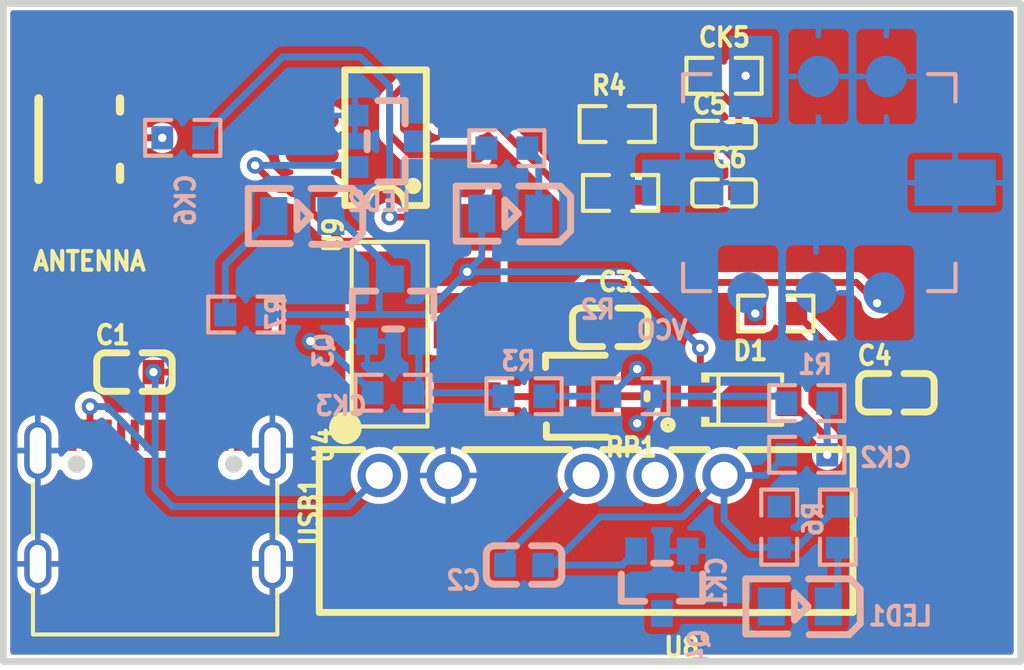
<source format=kicad_pcb>
(kicad_pcb (version 20240108) (generator "pcbnew") (generator_version "8.0")
  (layers (0 "F.Cu" signal "Top Layer") (31 "B.Cu" signal "Bottom Layer") (34 "B.Paste" user "Bottom Paste Mask Layer") (35 "F.Paste" user "Top Paste Mask Layer") (36 "B.SilkS" user "Bottom Silkscreen Layer") (37 "F.SilkS" user "Top Silkscreen Layer") (38 "B.Mask" user "Bottom Solder Mask Layer") (39 "F.Mask" user "Top Solder Mask Layer") (44 "Edge.Cuts" user "Multi-Layer"))
  (net 0 "")
  (net 1 "GND")
  (net 2 "RFOUT")
  (net 3 "VT")
  (net 4 "POWER")
  (net 5 "VCC+")
  (net 6 "$4N521")
  (net 7 "$4N526")
  (net 8 "SIGNAL")
  (net 9 "$6N289")
  (net 10 "$3N135")
  (net 11 "$4N812")
  (net 12 "VCC-")
  (net 13 "ADJ")
  (net 14 "VCC9V+")
  (net 15 "$5N863")
  (net 16 "$6N676")
  (footprint "Signal-blocker-Minimal:R0603" (layer "F.Cu") (at 153.876 98.509)
    (property "Reference" "R5" (hide yes))
    (property "Value" "")
    (pad "1" smd rect (at -0.7535 0) (size 0.8065 0.864) (layers "F.Cu" "F.Paste" "F.Mask") (net 1 "GND"))
    (pad "2" smd rect (at 0.7535 0) (size 0.8065 0.864) (layers "F.Cu" "F.Paste" "F.Mask") (net 9 "$6N289"))
  )
  (footprint "Signal-blocker-Minimal:SOIC-8_L5.0-W4.0-P1.27-LS6.0-BL" (layer "F.Cu") (at 145.22 96.4735 90)
    (property "Reference" "U9" (at -4.318 -1.524 810) (layer "F.SilkS") (effects (font (size 0.686 0.6285) (thickness 0.1525)) (justify left bottom)))
    (property "Value" "")
    (pad "1" smd oval (at -1.905 2.705 90) (size 0.5685 1.95) (layers "F.Cu" "F.Paste" "F.Mask") (net 2 "RFOUT"))
    (pad "2" smd oval (at -0.635 2.705 90) (size 0.5685 1.95) (layers "F.Cu" "F.Paste" "F.Mask") (net 2 "RFOUT"))
    (pad "3" smd oval (at 0.635 2.705 90) (size 0.5685 1.95) (layers "F.Cu" "F.Paste" "F.Mask") (net 9 "$6N289"))
    (pad "4" smd oval (at 1.905 2.705 90) (size 0.5685 1.95) (layers "F.Cu" "F.Paste" "F.Mask") (net 1 "GND"))
    (pad "5" smd oval (at 1.905 -2.705 90) (size 0.5685 1.95) (layers "F.Cu" "F.Paste" "F.Mask"))
    (pad "6" smd oval (at 0.635 -2.705 90) (size 0.5685 1.95) (layers "F.Cu" "F.Paste" "F.Mask"))
    (pad "7" smd oval (at -0.635 -2.705 90) (size 0.5685 1.95) (layers "F.Cu" "F.Paste" "F.Mask"))
    (pad "8" smd oval (at -1.905 -2.705 90) (size 0.5685 1.95) (layers "F.Cu" "F.Paste" "F.Mask") (net 5 "VCC+"))
  )
  (footprint "Signal-blocker-Minimal:TYPE-C-SMD_HDGC_TYPE-C-ZL-104PWB" (layer "F.Cu") (at 136.731 109.812)
    (property "Reference" "USB1" (at 6.096 1.778 450) (layer "F.SilkS") (effects (font (size 0.686 0.6285) (thickness 0.1525)) (justify left bottom)))
    (property "Value" "")
    (fp_poly (pts (xy -2.565 -1.308) (xy -2.5846 -1.419157) (xy -2.641036 -1.516906) (xy -2.7275 -1.589458) (xy -2.833564 -1.628063) (xy -2.946436 -1.628063) (xy -3.0525 -1.589458) (xy -3.138964 -1.516906) (xy -3.1954 -1.419157) (xy -3.215 -1.308) (xy -3.1954 -1.196843) (xy -3.138964 -1.099094) (xy -3.0525 -1.026542) (xy -2.946436 -0.987937) (xy -2.833564 -0.987937) (xy -2.7275 -1.026542) (xy -2.641036 -1.099094) (xy -2.5846 -1.196843)) (fill solid) (layer "Edge.Cuts"))
    (fp_poly (pts (xy 3.215 -1.308) (xy 3.1954 -1.419157) (xy 3.138964 -1.516906) (xy 3.0525 -1.589458) (xy 2.946436 -1.628063) (xy 2.833564 -1.628063) (xy 2.7275 -1.589458) (xy 2.641036 -1.516906) (xy 2.5846 -1.419157) (xy 2.565 -1.308) (xy 2.5846 -1.196843) (xy 2.641036 -1.099094) (xy 2.7275 -1.026542) (xy 2.833564 -0.987937) (xy 2.946436 -0.987937) (xy 3.0525 -1.026542) (xy 3.138964 -1.099094) (xy 3.1954 -1.196843)) (fill solid) (layer "Edge.Cuts"))
    (pad "12" thru_hole oval (at -4.32 -1.8075) (size 1 2.1) (drill oval 0.6 1.7) (layers "*.Cu" "*.Mask") (net 1 "GND"))
    (pad "13" thru_hole oval (at 4.32 -1.8075) (size 1 2.1) (drill oval 0.6 1.7) (layers "*.Cu" "*.Mask") (net 1 "GND"))
    (pad "14" thru_hole oval (at -4.32 2.3725) (size 1 1.8) (drill oval 0.6 1.4) (layers "*.Cu" "*.Mask") (net 1 "GND"))
    (pad "15" thru_hole oval (at 4.32 2.3725) (size 1 1.8) (drill oval 0.6 1.4) (layers "*.Cu" "*.Mask") (net 1 "GND"))
    (pad "A1B12" smd rect (at -3.2 -2.3725) (size 0.6 1.15) (layers "F.Cu" "F.Paste" "F.Mask") (net 1 "GND"))
    (pad "A4B9" smd rect (at -2.4 -2.3725) (size 0.6 1.15) (layers "F.Cu" "F.Paste" "F.Mask") (net 4 "POWER"))
    (pad "A5" smd rect (at -1.25 -2.3725) (size 0.3 1.15) (layers "F.Cu" "F.Paste" "F.Mask"))
    (pad "A6" smd rect (at -0.25 -2.3725) (size 0.3 1.15) (layers "F.Cu" "F.Paste" "F.Mask"))
    (pad "A7" smd rect (at 0.25 -2.3725) (size 0.3 1.15) (layers "F.Cu" "F.Paste" "F.Mask"))
    (pad "A8" smd rect (at 1.25 -2.3725) (size 0.3 1.15) (layers "F.Cu" "F.Paste" "F.Mask"))
    (pad "A9B4" smd rect (at 2.4 -2.3725) (size 0.6 1.15) (layers "F.Cu" "F.Paste" "F.Mask") (net 4 "POWER"))
    (pad "A12B1" smd rect (at 3.2 -2.3725) (size 0.6 1.15) (layers "F.Cu" "F.Paste" "F.Mask") (net 1 "GND"))
    (pad "B5" smd rect (at 1.75 -2.3725) (size 0.3 1.15) (layers "F.Cu" "F.Paste" "F.Mask"))
    (pad "B6" smd rect (at 0.75 -2.3725) (size 0.3 1.15) (layers "F.Cu" "F.Paste" "F.Mask"))
    (pad "B7" smd rect (at -0.75 -2.3725) (size 0.3 1.15) (layers "F.Cu" "F.Paste" "F.Mask"))
    (pad "B8" smd rect (at -1.75 -2.3725) (size 0.3 1.15) (layers "F.Cu" "F.Paste" "F.Mask"))
  )
  (footprint "Signal-blocker-Minimal:C0603" (layer "F.Cu") (at 164.036 105.875)
    (property "Reference" "C4" (at -1.517 -0.964 0) (layer "F.SilkS") (effects (font (size 0.686 0.6285) (thickness 0.1525)) (justify left bottom)))
    (property "Value" "")
    (pad "1" smd rect (at -0.7 0) (size 0.8 0.9) (layers "F.Cu" "F.Paste" "F.Mask") (net 5 "VCC+"))
    (pad "2" smd rect (at 0.7 0) (size 0.8 0.9) (layers "F.Cu" "F.Paste" "F.Mask") (net 1 "GND"))
  )
  (footprint "Signal-blocker-Minimal:R0603" (layer "F.Cu") (at 157.686 94.191 180)
    (property "Reference" "CK5" (at 1.016 1.016 -360) (layer "F.SilkS") (effects (font (size 0.686 0.6285) (thickness 0.1525)) (justify left bottom)))
    (property "Value" "")
    (pad "1" smd rect (at -0.7535 0 180) (size 0.8065 0.864) (layers "F.Cu" "F.Paste" "F.Mask") (net 8 "SIGNAL"))
    (pad "2" smd rect (at 0.7535 0 180) (size 0.8065 0.864) (layers "F.Cu" "F.Paste" "F.Mask") (net 9 "$6N289"))
  )
  (footprint "Signal-blocker-Minimal:C0603" (layer "F.Cu") (at 135.969 105.113)
    (property "Reference" "C1" (at -1.517 -0.964 360) (layer "F.SilkS") (effects (font (size 0.686 0.6285) (thickness 0.1525)) (justify left bottom)))
    (property "Value" "")
    (pad "1" smd rect (at -0.7 0) (size 0.8 0.9) (layers "F.Cu" "F.Paste" "F.Mask") (net 1 "GND"))
    (pad "2" smd rect (at 0.7 0) (size 0.8 0.9) (layers "F.Cu" "F.Paste" "F.Mask") (net 4 "POWER"))
  )
  (footprint "Signal-blocker-Minimal:wire" (layer "F.Cu") (at 132.159 98.636 90)
    (property "Reference" "ANTENNA" (at -2.794 0 360) (layer "F.SilkS") (effects (font (size 0.686 0.6285) (thickness 0.1525)) (justify left bottom)))
    (property "Value" "")
    (pad "1" smd rect (at 0.635 1.778 180) (size 2.2 1.05) (layers "F.Cu" "F.Paste" "F.Mask") (net 1 "GND"))
    (pad "2" smd rect (at 2.11 3.303 90) (size 1 1.05) (layers "F.Cu" "F.Paste" "F.Mask") (net 10 "$3N135"))
    (pad "3" smd rect (at 3.585 1.778 180) (size 2.2 1.05) (layers "F.Cu" "F.Paste" "F.Mask") (net 1 "GND"))
  )
  (footprint "Signal-blocker-Minimal:C0402" (layer "F.Cu") (at 157.686 96.35)
    (property "Reference" "C5" (at -1.245 -0.702 1080) (layer "F.SilkS") (effects (font (size 0.686 0.6285) (thickness 0.1525)) (justify left bottom)))
    (property "Value" "")
    (pad "1" smd rect (at -0.545 0) (size 0.79 0.54) (layers "F.Cu" "F.Paste" "F.Mask") (net 16 "$6N676"))
    (pad "2" smd rect (at 0.545 0) (size 0.79 0.54) (layers "F.Cu" "F.Paste" "F.Mask") (net 9 "$6N289"))
  )
  (footprint "Signal-blocker-Minimal:SOT-223_L6.3-W3.5-P2.30-LS7.0-BR" (layer "F.Cu") (at 145.367 103.716)
    (property "Reference" "U4" (at -2.032 4.826 450) (layer "F.SilkS") (effects (font (size 0.686 0.6285) (thickness 0.1525)) (justify left bottom)))
    (property "Value" "")
    (pad "1" smd rect (at 2.8575 2.3) (size 2.465 1.05) (layers "F.Cu" "F.Paste" "F.Mask") (net 13 "ADJ"))
    (pad "2" smd rect (at 2.8575 0) (size 2.465 1.05) (layers "F.Cu" "F.Paste" "F.Mask") (net 3 "VT"))
    (pad "3" smd rect (at 2.8575 -2.3) (size 2.465 1.05) (layers "F.Cu" "F.Paste" "F.Mask") (net 5 "VCC+"))
    (pad "4" smd rect (at -2.8575 0) (size 2.465 3.54) (layers "F.Cu" "F.Paste" "F.Mask") (net 11 "$4N812"))
  )
  (footprint "Signal-blocker-Minimal:C0603" (layer "F.Cu") (at 153.495 103.462 180)
    (property "Reference" "C3" (at 0.508 1.27 720) (layer "F.SilkS") (effects (font (size 0.686 0.6285) (thickness 0.1525)) (justify left bottom)))
    (property "Value" "")
    (pad "1" smd rect (at -0.7 0 180) (size 0.8 0.9) (layers "F.Cu" "F.Paste" "F.Mask") (net 1 "GND"))
    (pad "2" smd rect (at 0.7 0 180) (size 0.8 0.9) (layers "F.Cu" "F.Paste" "F.Mask") (net 3 "VT"))
  )
  (footprint "Signal-blocker-Minimal:R0603" (layer "F.Cu") (at 153.749 95.969 180)
    (property "Reference" "R4" (at 1.016 1.016 360) (layer "F.SilkS") (effects (font (size 0.686 0.6285) (thickness 0.1525)) (justify left bottom)))
    (property "Value" "")
    (pad "1" smd rect (at -0.7535 0 180) (size 0.8065 0.864) (layers "F.Cu" "F.Paste" "F.Mask") (net 16 "$6N676"))
    (pad "2" smd rect (at 0.7535 0 180) (size 0.8065 0.864) (layers "F.Cu" "F.Paste" "F.Mask") (net 2 "RFOUT"))
  )
  (footprint "Signal-blocker-Minimal:SOD-123_L2.7-W1.6-LS3.7-RD" (layer "F.Cu") (at 158.448 106.129)
    (property "Reference" "D1" (at -0.508 -1.397 1800) (layer "F.SilkS") (effects (font (size 0.686 0.6285) (thickness 0.1525)) (justify left bottom)))
    (property "Value" "")
    (pad "1" smd rect (at -1.635 0) (size 0.91 1.22) (layers "F.Cu" "F.Paste" "F.Mask") (net 5 "VCC+"))
    (pad "2" smd rect (at 1.635 0) (size 0.91 1.22) (layers "F.Cu" "F.Paste" "F.Mask") (net 5 "VCC+"))
  )
  (footprint "Signal-blocker-Minimal:RES-ADJ-SMD_3P-L3.0-W3.8-P1.75-BR" (layer "F.Cu") (at 152.86 106.002)
    (property "Reference" "RP1" (at 0.381 2.286 1260) (layer "F.SilkS") (effects (font (size 0.686 0.6285) (thickness 0.1525)) (justify left bottom)))
    (property "Value" "")
    (pad "1" smd rect (at 1.625 1 90) (size 1.2 1.2) (layers "F.Cu" "F.Paste" "F.Mask") (net 7 "$4N526"))
    (pad "2" smd rect (at -1.625 0 90) (size 1.6 1.5) (layers "F.Cu" "F.Paste" "F.Mask") (net 13 "ADJ"))
    (pad "3" smd rect (at 1.625 -1 90) (size 1.2 1.2) (layers "F.Cu" "F.Paste" "F.Mask") (net 6 "$4N521"))
  )
  (footprint "Signal-blocker-Minimal:PWRM-TH_A05XXS-1WR3" (layer "F.Cu") (at 151.336 108.923)
    (property "Reference" "U8" (at 4.064 6.731 360) (layer "F.SilkS") (effects (font (size 0.686 0.6285) (thickness 0.1525)) (justify left bottom)))
    (property "Value" "")
    (pad "1" thru_hole circle (at -6.35 0) (size 1.6 1.6) (drill 1) (layers "*.Cu" "*.Mask") (net 4 "POWER"))
    (pad "2" thru_hole circle (at -3.81 0) (size 1.6 1.6) (drill 1) (layers "*.Cu" "*.Mask") (net 1 "GND"))
    (pad "4" thru_hole circle (at 1.27 0) (size 1.6 1.6) (drill 1) (layers "*.Cu" "*.Mask") (net 12 "VCC-"))
    (pad "5" thru_hole circle (at 3.81 0) (size 1.6 1.6) (drill 1) (layers "*.Cu" "*.Mask"))
    (pad "6" thru_hole circle (at 6.35 0) (size 1.6 1.6) (drill 1) (layers "*.Cu" "*.Mask") (net 14 "VCC9V+"))
  )
  (footprint "Signal-blocker-Minimal:C0402" (layer "F.Cu") (at 157.686 98.509)
    (property "Reference" "C6" (at -0.508 -0.889 1080) (layer "F.SilkS") (effects (font (size 0.686 0.6285) (thickness 0.1525)) (justify left bottom)))
    (property "Value" "")
    (pad "1" smd rect (at -0.545 0) (size 0.79 0.54) (layers "F.Cu" "F.Paste" "F.Mask") (net 9 "$6N289"))
    (pad "2" smd rect (at 0.545 0) (size 0.79 0.54) (layers "F.Cu" "F.Paste" "F.Mask") (net 16 "$6N676"))
  )
  (footprint "Signal-blocker-Minimal:R0603" (layer "F.Cu") (at 159.591 102.954 180)
    (property "Reference" "CK4" (hide yes))
    (property "Value" "")
    (pad "1" smd rect (at -0.7535 0 180) (size 0.8065 0.864) (layers "F.Cu" "F.Paste" "F.Mask") (net 5 "VCC+"))
    (pad "2" smd rect (at 0.7535 0 180) (size 0.8065 0.864) (layers "F.Cu" "F.Paste" "F.Mask") (net 5 "VCC+"))
  )
  (footprint "Signal-blocker-Minimal:S8050_SOT-23" (layer "B.Cu") (at 155.273 112.86 90)
    (property "Reference" "Q4" (at -1.65 1.881 270) (layer "B.SilkS") (effects (font (size 0.686 0.6285) (thickness 0.1525)) (justify left bottom mirror)))
    (property "Value" "")
    (pad "1" smd rect (at 1.15 -0.823 270) (size 1 0.8) (layers "B.Cu" "B.Paste" "B.Mask") (net 14 "VCC9V+"))
    (pad "2" smd rect (at 1.15 1.077 270) (size 1 0.8) (layers "B.Cu" "B.Paste" "B.Mask") (net 1 "GND"))
    (pad "3" smd rect (at -1.15 0.127 270) (size 1 0.8) (layers "B.Cu" "B.Paste" "B.Mask") (net 14 "VCC9V+"))
  )
  (footprint "Signal-blocker-Minimal:LED0805-R-RD" (layer "B.Cu") (at 160.48 113.749 180)
    (property "Reference" "LED1" (at -4.953 -0.762 -0) (layer "B.SilkS") (effects (font (size 0.686 0.6285) (thickness 0.1525)) (justify left bottom mirror)))
    (property "Value" "")
    (pad "1" smd rect (at 1.0505 0) (size 1 1.3995) (layers "B.Cu" "B.Paste" "B.Mask") (net 14 "VCC9V+"))
    (pad "2" smd rect (at -1.0505 0) (size 1 1.3995) (layers "B.Cu" "B.Paste" "B.Mask") (net 14 "VCC9V+"))
  )
  (footprint "Signal-blocker-Minimal:1234" (layer "B.Cu") (at 160.607 98.128)
    (property "Reference" "VCO" (at -4.191 5.842 -360) (layer "B.SilkS") (effects (font (size 0.686 0.6285) (thickness 0.1525)) (justify left bottom mirror)))
    (property "Value" "")
    (pad "1" smd circle (at -2.0315 4.064) (size 1.524 1.524) (layers "B.Cu" "B.Paste" "B.Mask") (net 5 "VCC+"))
    (pad "2" smd circle (at 0.4685 4.064) (size 1.524 1.524) (layers "B.Cu" "B.Paste" "B.Mask") (net 1 "GND"))
    (pad "3" smd circle (at 2.9685 4.064) (size 1.524 1.524) (layers "B.Cu" "B.Paste" "B.Mask") (net 3 "VT"))
    (pad "4" smd rect (at -4.445 0 270) (size 1.7005 3) (layers "B.Cu" "B.Paste" "B.Mask") (net 1 "GND"))
    (pad "5" smd rect (at 5.588 0 270) (size 1.7 3) (layers "B.Cu" "B.Paste" "B.Mask") (net 1 "GND"))
    (pad "6" smd rect (at -1.942 -3.913) (size 1.6 3) (layers "B.Cu" "B.Paste" "B.Mask") (net 8 "SIGNAL"))
    (pad "7" smd circle (at 0.558 -3.913) (size 1.524 1.524) (layers "B.Cu" "B.Paste" "B.Mask") (net 1 "GND"))
    (pad "8" smd circle (at 3.058 -3.913) (size 1.524 1.524) (layers "B.Cu" "B.Paste" "B.Mask") (net 1 "GND"))
  )
  (footprint "Signal-blocker-Minimal:R0603" (layer "B.Cu") (at 137.747 96.477 180)
    (property "Reference" "CK6" (at -0.508 -1.27 450) (layer "B.SilkS") (effects (font (size 0.686 0.6285) (thickness 0.1525)) (justify left bottom mirror)))
    (property "Value" "")
    (pad "1" smd rect (at -0.7535 0 180) (size 0.8065 0.864) (layers "B.Cu" "B.Paste" "B.Mask") (net 2 "RFOUT"))
    (pad "2" smd rect (at 0.7535 0 180) (size 0.8065 0.864) (layers "B.Cu" "B.Paste" "B.Mask") (net 10 "$3N135"))
  )
  (footprint "Signal-blocker-Minimal:S8050_SOT-23" (layer "B.Cu") (at 145.24 96.731 180)
    (property "Reference" "Q3" (hide yes))
    (property "Value" "")
    (pad "1" smd rect (at 1.15 -0.823) (size 1 0.8) (layers "B.Cu" "B.Paste" "B.Mask") (net 5 "VCC+"))
    (pad "2" smd rect (at 1.15 1.077) (size 1 0.8) (layers "B.Cu" "B.Paste" "B.Mask") (net 1 "GND"))
    (pad "3" smd rect (at -1.15 0.127) (size 1 0.8) (layers "B.Cu" "B.Paste" "B.Mask") (net 5 "VCC+"))
  )
  (footprint "Signal-blocker-Minimal:R0603" (layer "B.Cu") (at 149.685 96.858)
    (property "Reference" "R6" (hide yes))
    (property "Value" "")
    (pad "1" smd rect (at -0.7535 0) (size 0.8065 0.864) (layers "B.Cu" "B.Paste" "B.Mask") (net 5 "VCC+"))
    (pad "2" smd rect (at 0.7535 0) (size 0.8065 0.864) (layers "B.Cu" "B.Paste" "B.Mask") (net 15 "$5N863"))
  )
  (footprint "Signal-blocker-Minimal:R0603" (layer "B.Cu") (at 150.32 106.002 180)
    (property "Reference" "R3" (at -0.508 0.889 -360) (layer "B.SilkS") (effects (font (size 0.686 0.6285) (thickness 0.1525)) (justify left bottom mirror)))
    (property "Value" "")
    (pad "1" smd rect (at -0.7535 0 180) (size 0.8065 0.864) (layers "B.Cu" "B.Paste" "B.Mask") (net 6 "$4N521"))
    (pad "2" smd rect (at 0.7535 0 180) (size 0.8065 0.864) (layers "B.Cu" "B.Paste" "B.Mask") (net 7 "$4N526"))
  )
  (footprint "Signal-blocker-Minimal:LED0805-R-RD" (layer "B.Cu") (at 142.153 99.3585 180)
    (property "Reference" "LED2" (at -4.0855 0.1275 -0) (layer "B.SilkS") (effects (font (size 0.686 0.6285) (thickness 0.1525)) (justify left bottom mirror)))
    (property "Value" "")
    (pad "1" smd rect (at 1.0505 0) (size 1 1.3995) (layers "B.Cu" "B.Paste" "B.Mask") (net 15 "$5N863"))
    (pad "2" smd rect (at -1.0505 0) (size 1 1.3995) (layers "B.Cu" "B.Paste" "B.Mask") (net 5 "VCC+"))
  )
  (footprint "Signal-blocker-Minimal:C0603" (layer "B.Cu") (at 150.32 112.225)
    (property "Reference" "C2" (at -1.517 0.964 180) (layer "B.SilkS") (effects (font (size 0.686 0.6285) (thickness 0.1525)) (justify left bottom mirror)))
    (property "Value" "")
    (pad "1" smd rect (at -0.7 0) (size 0.8 0.9) (layers "B.Cu" "B.Paste" "B.Mask") (net 12 "VCC-"))
    (pad "2" smd rect (at 0.7 0) (size 0.8 0.9) (layers "B.Cu" "B.Paste" "B.Mask") (net 14 "VCC9V+"))
  )
  (footprint "Signal-blocker-Minimal:R0603" (layer "B.Cu") (at 160.734 106.256 180)
    (property "Reference" "R1" (at -1.016 1.016 -360) (layer "B.SilkS") (effects (font (size 0.686 0.6285) (thickness 0.1525)) (justify left bottom mirror)))
    (property "Value" "")
    (pad "1" smd rect (at -0.7535 0 180) (size 0.8065 0.864) (layers "B.Cu" "B.Paste" "B.Mask") (net 5 "VCC+"))
    (pad "2" smd rect (at 0.7535 0 180) (size 0.8065 0.864) (layers "B.Cu" "B.Paste" "B.Mask") (net 7 "$4N526"))
  )
  (footprint "Signal-blocker-Minimal:R0603" (layer "B.Cu") (at 145.494 105.875)
    (property "Reference" "CK3" (at -0.889 0.889 -900) (layer "B.SilkS") (effects (font (size 0.686 0.6285) (thickness 0.1525)) (justify left bottom mirror)))
    (property "Value" "")
    (pad "1" smd rect (at -0.7535 0) (size 0.8065 0.864) (layers "B.Cu" "B.Paste" "B.Mask") (net 11 "$4N812"))
    (pad "2" smd rect (at 0.7535 0) (size 0.8065 0.864) (layers "B.Cu" "B.Paste" "B.Mask") (net 7 "$4N526"))
  )
  (footprint "Signal-blocker-Minimal:R0603" (layer "B.Cu") (at 140.0715 102.9915 180)
    (property "Reference" "R7" (at -1.524 0.762 -450) (layer "B.SilkS") (effects (font (size 0.686 0.6285) (thickness 0.1525)) (justify left bottom mirror)))
    (property "Value" "")
    (pad "1" smd rect (at -0.7535 0 180) (size 0.8065 0.864) (layers "B.Cu" "B.Paste" "B.Mask") (net 5 "VCC+"))
    (pad "2" smd rect (at 0.7535 0 180) (size 0.8065 0.864) (layers "B.Cu" "B.Paste" "B.Mask") (net 15 "$5N863"))
  )
  (footprint "Signal-blocker-Minimal:S8050_SOT-23" (layer "B.Cu") (at 145.621 102.827 -90)
    (property "Reference" "Q3" (at 0.762 2.286 450) (layer "B.SilkS") (effects (font (size 0.686 0.6285) (thickness 0.1525)) (justify left bottom mirror)))
    (property "Value" "")
    (pad "1" smd rect (at 1.15 -0.823 90) (size 1 0.8) (layers "B.Cu" "B.Paste" "B.Mask") (net 7 "$4N526"))
    (pad "2" smd rect (at 1.15 1.077 90) (size 1 0.8) (layers "B.Cu" "B.Paste" "B.Mask") (net 1 "GND"))
    (pad "3" smd rect (at -1.15 0.127 90) (size 1 0.8) (layers "B.Cu" "B.Paste" "B.Mask") (net 5 "VCC+"))
  )
  (footprint "Signal-blocker-Minimal:R0603" (layer "B.Cu") (at 160.734 108.161)
    (property "Reference" "CK2" (at 3.937 0.508 -360) (layer "B.SilkS") (effects (font (size 0.686 0.6285) (thickness 0.1525)) (justify left bottom mirror)))
    (property "Value" "")
    (pad "1" smd rect (at -0.7535 0) (size 0.8065 0.864) (layers "B.Cu" "B.Paste" "B.Mask") (net 14 "VCC9V+"))
    (pad "2" smd rect (at 0.7535 0) (size 0.8065 0.864) (layers "B.Cu" "B.Paste" "B.Mask") (net 5 "VCC+"))
  )
  (footprint "Signal-blocker-Minimal:R0603" (layer "B.Cu") (at 161.877 110.828 -90)
    (property "Reference" "R6" (at -1.016 0.508 450) (layer "B.SilkS") (effects (font (size 0.686 0.6285) (thickness 0.1525)) (justify left bottom mirror)))
    (property "Value" "")
    (pad "1" smd rect (at -0.7535 0 270) (size 0.8065 0.864) (layers "B.Cu" "B.Paste" "B.Mask") (net 14 "VCC9V+"))
    (pad "2" smd rect (at 0.7535 0 270) (size 0.8065 0.864) (layers "B.Cu" "B.Paste" "B.Mask") (net 14 "VCC9V+"))
  )
  (footprint "Signal-blocker-Minimal:R0603" (layer "B.Cu") (at 154.257 106.002)
    (property "Reference" "R2" (at -0.508 -2.794 -1260) (layer "B.SilkS") (effects (font (size 0.686 0.6285) (thickness 0.1525)) (justify left bottom mirror)))
    (property "Value" "")
    (pad "1" smd rect (at -0.7535 0) (size 0.8065 0.864) (layers "B.Cu" "B.Paste" "B.Mask") (net 6 "$4N521"))
    (pad "2" smd rect (at 0.7535 0) (size 0.8065 0.864) (layers "B.Cu" "B.Paste" "B.Mask") (net 7 "$4N526"))
  )
  (footprint "Signal-blocker-Minimal:R0603" (layer "B.Cu") (at 159.718 110.828 -90)
    (property "Reference" "CK1" (at 1.016 1.905 -810) (layer "B.SilkS") (effects (font (size 0.686 0.6285) (thickness 0.1525)) (justify left bottom mirror)))
    (property "Value" "")
    (pad "1" smd rect (at -0.7535 0 270) (size 0.8065 0.864) (layers "B.Cu" "B.Paste" "B.Mask") (net 14 "VCC9V+"))
    (pad "2" smd rect (at 0.7535 0 270) (size 0.8065 0.864) (layers "B.Cu" "B.Paste" "B.Mask") (net 14 "VCC9V+"))
  )
  (footprint "Signal-blocker-Minimal:LED0805-R-RD" (layer "B.Cu") (at 149.812 99.271 180)
    (property "Reference" "LED2" (hide yes))
    (property "Value" "")
    (pad "1" smd rect (at 1.0505 0) (size 1 1.3995) (layers "B.Cu" "B.Paste" "B.Mask") (net 5 "VCC+"))
    (pad "2" smd rect (at -1.0505 0) (size 1 1.3995) (layers "B.Cu" "B.Paste" "B.Mask") (net 15 "$5N863"))
  )
  (gr_rect (start 131.143 91.524) (end 168.608 115.781) (stroke (width 0.254)) (fill none) (layer "Edge.Cuts"))
  (segment (start 147.9285 94.572) (end 147.925 94.5685) (width 0.254) (layer "F.Cu") (net 1))
  (segment (start 153.1225 98.509) (end 149.1855 94.572) (width 0.254) (layer "F.Cu") (net 1))
  (segment (start 149.1855 94.572) (end 147.9285 94.572) (width 0.254) (layer "F.Cu") (net 1))
  (segment (start 152.9955 95.969) (end 150.5825 93.556) (width 0.254) (layer "F.Cu") (net 2))
  (segment (start 145.367 96.35) (end 146.1255 97.1085) (width 0.254) (layer "F.Cu") (net 2))
  (segment (start 146.906 99.398) (end 145.367 99.398) (width 0.254) (layer "F.Cu") (net 2))
  (segment (start 145.367 95.08) (end 145.367 96.35) (width 0.254) (layer "F.Cu") (net 2))
  (segment (start 146.1255 97.1085) (end 147.586 97.1085) (width 0.254) (layer "F.Cu") (net 2))
  (segment (start 147.586 97.1085) (end 147.586 98.25) (width 0.254) (layer "F.Cu") (net 2))
  (segment (start 150.5825 93.556) (end 146.891 93.556) (width 0.254) (layer "F.Cu") (net 2))
  (segment (start 146.891 93.556) (end 145.367 95.08) (width 0.254) (layer "F.Cu") (net 2))
  (segment (start 147.586 97.1085) (end 147.925 97.1085) (width 0.254) (layer "F.Cu") (net 2))
  (segment (start 147.925 98.3785) (end 146.906 99.398) (width 0.254) (layer "F.Cu") (net 2))
  (via (at 145.367 99.398) (size 0.61) (drill 0.305) (layers "F.Cu" "B.Cu") (net 2))
  (segment (start 145.367 99.398) (end 145.367 94.572) (width 0.254) (layer "B.Cu") (net 2))
  (segment (start 145.367 94.572) (end 144.2875 93.4925) (width 0.254) (layer "B.Cu") (net 2))
  (segment (start 138.5005 96.422) (end 138.5005 96.477) (width 0.254) (layer "B.Cu") (net 2))
  (segment (start 144.2875 93.4925) (end 141.43 93.4925) (width 0.254) (layer "B.Cu") (net 2))
  (segment (start 141.43 93.4925) (end 138.5005 96.422) (width 0.254) (layer "B.Cu") (net 2))
  (segment (start 152.668 103.716) (end 152.795 103.589) (width 0.254) (layer "F.Cu") (net 3))
  (segment (start 150.7925 103.716) (end 152.6975 101.811) (width 0.254) (layer "F.Cu") (net 3))
  (segment (start 150.7925 103.716) (end 152.668 103.716) (width 0.254) (layer "F.Cu") (net 3))
  (segment (start 152.6975 101.811) (end 162.5595 101.811) (width 0.254) (layer "F.Cu") (net 3))
  (segment (start 162.5595 101.811) (end 163.3215 102.573) (width 0.254) (layer "F.Cu") (net 3))
  (segment (start 148.2245 103.716) (end 150.7925 103.716) (width 0.254) (layer "F.Cu") (net 3))
  (via (at 163.3215 102.573) (size 0.61) (drill 0.305) (layers "F.Cu" "B.Cu") (net 3))
  (segment (start 137.62 105.113) (end 136.669 105.113) (width 0.254) (layer "F.Cu") (net 4))
  (segment (start 134.331 107.4395) (end 134.331 106.383) (width 0.254) (layer "F.Cu") (net 4))
  (segment (start 139.131 106.624) (end 137.62 105.113) (width 0.254) (layer "F.Cu") (net 4))
  (segment (start 139.131 107.4395) (end 139.131 106.624) (width 0.254) (layer "F.Cu") (net 4))
  (via (at 136.669 105.113) (size 0.61) (drill 0.305) (layers "F.Cu" "B.Cu") (net 4))
  (via (at 134.331 106.383) (size 0.61) (drill 0.305) (layers "F.Cu" "B.Cu") (net 4))
  (segment (start 136.731 109.431) (end 137.366 110.066) (width 0.254) (layer "B.Cu") (net 4))
  (segment (start 136.669 105.113) (end 136.731 105.175) (width 0.254) (layer "B.Cu") (net 4))
  (segment (start 137.366 110.066) (end 143.843 110.066) (width 0.254) (layer "B.Cu") (net 4))
  (segment (start 136.731 105.175) (end 136.731 108.161) (width 0.254) (layer "B.Cu") (net 4))
  (segment (start 136.731 108.161) (end 136.731 109.431) (width 0.254) (layer "B.Cu") (net 4))
  (segment (start 134.331 106.383) (end 134.953 106.383) (width 0.254) (layer "B.Cu") (net 4))
  (segment (start 134.953 106.383) (end 136.731 108.161) (width 0.254) (layer "B.Cu") (net 4))
  (segment (start 143.843 110.066) (end 144.986 108.923) (width 0.254) (layer "B.Cu") (net 4))
  (segment (start 147.0955 100.287) (end 143.589 100.287) (width 0.254) (layer "F.Cu") (net 5))
  (segment (start 156.813 106.129) (end 158.083 104.859) (width 0.254) (layer "F.Cu") (net 5))
  (segment (start 148.2245 101.416) (end 147.0955 100.287) (width 0.254) (layer "F.Cu") (net 5))
  (segment (start 143.589 100.287) (end 142.515 99.213) (width 0.254) (layer "F.Cu") (net 5))
  (segment (start 142.515 98.3785) (end 141.2995 98.3785) (width 0.254) (layer "F.Cu") (net 5))
  (segment (start 156.813 106.129) (end 156.813 104.224) (width 0.254) (layer "F.Cu") (net 5))
  (segment (start 160.3445 102.954) (end 163.2385 105.8485) (width 0.254) (layer "F.Cu") (net 5))
  (segment (start 142.515 99.213) (end 142.515 98.3785) (width 0.254) (layer "F.Cu") (net 5))
  (segment (start 163.2385 105.8485) (end 163.2385 105.875) (width 0.254) (layer "F.Cu") (net 5))
  (segment (start 160.083 106.129) (end 161.4875 107.5335) (width 0.254) (layer "F.Cu") (net 5))
  (segment (start 141.2995 98.3785) (end 140.414 97.493) (width 0.254) (layer "F.Cu") (net 5))
  (segment (start 161.4875 107.5335) (end 161.4875 108.161) (width 0.254) (layer "F.Cu") (net 5))
  (segment (start 162.2225 104.859) (end 163.2385 105.875) (width 0.254) (layer "F.Cu") (net 5))
  (segment (start 158.083 104.859) (end 162.2225 104.859) (width 0.254) (layer "F.Cu") (net 5))
  (via (at 140.414 97.493) (size 0.61) (drill 0.305) (layers "F.Cu" "B.Cu") (net 5))
  (via (at 156.813 104.224) (size 0.61) (drill 0.305) (layers "F.Cu" "B.Cu") (net 5))
  (via (at 158.8375 102.954) (size 0.61) (drill 0.305) (layers "F.Cu" "B.Cu") (net 5))
  (via (at 148.2245 101.416) (size 0.61) (drill 0.305) (layers "F.Cu" "B.Cu") (net 5))
  (via (at 161.4875 108.161) (size 0.61) (drill 0.305) (layers "F.Cu" "B.Cu") (net 5))
  (segment (start 145.494 101.423) (end 144.986 100.915) (width 0.254) (layer "B.Cu") (net 5))
  (segment (start 146.649 102.9915) (end 148.2245 101.416) (width 0.254) (layer "B.Cu") (net 5))
  (segment (start 140.414 97.493) (end 144.029 97.493) (width 0.254) (layer "B.Cu") (net 5))
  (segment (start 140.825 102.9915) (end 144.986 102.9915) (width 0.254) (layer "B.Cu") (net 5))
  (segment (start 148.9315 96.858) (end 146.644 96.858) (width 0.254) (layer "B.Cu") (net 5))
  (segment (start 148.2245 101.416) (end 148.7615 100.879) (width 0.254) (layer "B.Cu") (net 5))
  (segment (start 144.029 97.493) (end 144.09 97.554) (width 0.254) (layer "B.Cu") (net 5))
  (segment (start 161.4875 106.256) (end 161.4875 108.161) (width 0.254) (layer "B.Cu") (net 5))
  (segment (start 144.986 102.9915) (end 146.649 102.9915) (width 0.254) (layer "B.Cu") (net 5))
  (segment (start 143.429 99.3585) (end 143.203 99.3585) (width 0.254) (layer "B.Cu") (net 5))
  (segment (start 144.986 100.915) (end 143.429 99.3585) (width 0.254) (layer "B.Cu") (net 5))
  (segment (start 144.986 102.9915) (end 144.986 100.915) (width 0.254) (layer "B.Cu") (net 5))
  (segment (start 154.005 101.416) (end 156.813 104.224) (width 0.254) (layer "B.Cu") (net 5))
  (segment (start 148.7615 100.879) (end 148.7615 99.271) (width 0.254) (layer "B.Cu") (net 5))
  (segment (start 148.2245 101.416) (end 154.005 101.416) (width 0.254) (layer "B.Cu") (net 5))
  (segment (start 146.644 96.858) (end 146.39 96.604) (width 0.254) (layer "B.Cu") (net 5))
  (via (at 154.485 105.002) (size 0.61) (drill 0.305) (layers "F.Cu" "B.Cu") (net 6))
  (segment (start 151.0735 106.002) (end 153.5035 106.002) (width 0.254) (layer "B.Cu") (net 6))
  (segment (start 154.485 105.0205) (end 154.485 105.002) (width 0.254) (layer "B.Cu") (net 6))
  (segment (start 153.5035 106.002) (end 154.485 105.0205) (width 0.254) (layer "B.Cu") (net 6))
  (via (at 154.485 107.002) (size 0.61) (drill 0.305) (layers "F.Cu" "B.Cu") (net 7))
  (segment (start 159.7265 106.002) (end 159.9805 106.256) (width 0.254) (layer "B.Cu") (net 7))
  (segment (start 155.0105 106.4765) (end 154.485 107.002) (width 0.254) (layer "B.Cu") (net 7))
  (segment (start 146.2475 105.875) (end 149.4395 105.875) (width 0.254) (layer "B.Cu") (net 7))
  (segment (start 149.4395 105.875) (end 149.5665 106.002) (width 0.254) (layer "B.Cu") (net 7))
  (segment (start 155.0105 106.002) (end 159.7265 106.002) (width 0.254) (layer "B.Cu") (net 7))
  (segment (start 146.444 103.723) (end 146.444 105.6785) (width 0.254) (layer "B.Cu") (net 7))
  (segment (start 155.0105 106.002) (end 155.0105 106.4765) (width 0.254) (layer "B.Cu") (net 7))
  (segment (start 146.444 105.6785) (end 146.2475 105.875) (width 0.254) (layer "B.Cu") (net 7))
  (via (at 158.481 94.191) (size 0.61) (drill 0.305) (layers "F.Cu" "B.Cu") (net 8))
  (segment (start 158.231 95.4895) (end 158.231 96.35) (width 0.254) (layer "F.Cu") (net 9))
  (segment (start 152.987 99.652) (end 149.1735 95.8385) (width 0.254) (layer "F.Cu") (net 9))
  (segment (start 154.6295 98.509) (end 153.4865 99.652) (width 0.254) (layer "F.Cu") (net 9))
  (segment (start 154.6295 98.509) (end 157.141 98.509) (width 0.254) (layer "F.Cu") (net 9))
  (segment (start 156.9325 94.191) (end 158.231 95.4895) (width 0.254) (layer "F.Cu") (net 9))
  (segment (start 153.4865 99.652) (end 152.987 99.652) (width 0.254) (layer "F.Cu") (net 9))
  (segment (start 149.1735 95.8385) (end 147.925 95.8385) (width 0.254) (layer "F.Cu") (net 9))
  (segment (start 158.231 96.35) (end 158.2505 96.369) (width 0.254) (layer "F.Cu") (net 9))
  (segment (start 136.9935 96.477) (end 135.511 96.477) (width 0.254) (layer "F.Cu") (net 10))
  (segment (start 135.511 96.477) (end 135.462 96.526) (width 0.254) (layer "F.Cu") (net 10))
  (via (at 136.9935 96.477) (size 0.61) (drill 0.305) (layers "F.Cu" "B.Cu") (net 10))
  (via (at 142.446 103.97) (size 0.61) (drill 0.305) (layers "F.Cu" "B.Cu") (net 11))
  (segment (start 142.8355 103.97) (end 144.7405 105.875) (width 0.254) (layer "B.Cu") (net 11))
  (segment (start 142.446 103.97) (end 142.8355 103.97) (width 0.254) (layer "B.Cu") (net 11))
  (segment (start 152.606 108.923) (end 149.62 111.909) (width 0.254) (layer "B.Cu") (net 12))
  (segment (start 149.62 111.909) (end 149.62 112.225) (width 0.254) (layer "B.Cu") (net 12))
  (segment (start 151.221 106.016) (end 148.2245 106.016) (width 0.254) (layer "F.Cu") (net 13))
  (segment (start 151.235 106.002) (end 151.221 106.016) (width 0.254) (layer "F.Cu") (net 13))
  (segment (start 156.162 110.447) (end 153.114 110.447) (width 0.254) (layer "B.Cu") (net 14))
  (segment (start 157.686 108.923) (end 159.2185 108.923) (width 0.254) (layer "B.Cu") (net 14))
  (segment (start 153.114 110.447) (end 151.336 112.225) (width 0.254) (layer "B.Cu") (net 14))
  (segment (start 151.336 112.225) (end 153.935 112.225) (width 0.254) (layer "B.Cu") (net 14))
  (segment (start 153.935 112.225) (end 154.45 111.71) (width 0.254) (layer "B.Cu") (net 14))
  (segment (start 158.6935 111.5815) (end 157.686 110.574) (width 0.254) (layer "B.Cu") (net 14))
  (segment (start 161.5305 113.749) (end 161.877 113.4025) (width 0.254) (layer "B.Cu") (net 14))
  (segment (start 155.4 114.01) (end 159.1685 114.01) (width 0.254) (layer "B.Cu") (net 14))
  (segment (start 159.718 111.5815) (end 160.3705 111.5815) (width 0.254) (layer "B.Cu") (net 14))
  (segment (start 151.336 112.225) (end 151.02 112.225) (width 0.254) (layer "B.Cu") (net 14))
  (segment (start 159.718 111.5815) (end 158.6935 111.5815) (width 0.254) (layer "B.Cu") (net 14))
  (segment (start 157.686 110.574) (end 157.686 108.923) (width 0.254) (layer "B.Cu") (net 14))
  (segment (start 160.3705 111.5815) (end 161.877 110.0745) (width 0.254) (layer "B.Cu") (net 14))
  (segment (start 157.686 108.923) (end 156.162 110.447) (width 0.254) (layer "B.Cu") (net 14))
  (segment (start 161.877 113.4025) (end 161.877 111.5815) (width 0.254) (layer "B.Cu") (net 14))
  (segment (start 159.1685 114.01) (end 159.4295 113.749) (width 0.254) (layer "B.Cu") (net 14))
  (segment (start 159.2185 108.923) (end 159.9805 108.161) (width 0.254) (layer "B.Cu") (net 14))
  (segment (start 139.318 101.143) (end 141.1025 99.3585) (width 0.254) (layer "B.Cu") (net 15))
  (segment (start 150.8625 97.282) (end 150.4385 96.858) (width 0.254) (layer "B.Cu") (net 15))
  (segment (start 139.318 102.9915) (end 139.318 101.143) (width 0.254) (layer "B.Cu") (net 15))
  (segment (start 150.8625 99.271) (end 150.8625 97.282) (width 0.254) (layer "B.Cu") (net 15))
  (segment (start 158.231 97.44) (end 158.231 98.509) (width 0.254) (layer "F.Cu") (net 16))
  (segment (start 154.5025 95.969) (end 156.76 95.969) (width 0.254) (layer "F.Cu") (net 16))
  (segment (start 156.76 95.969) (end 157.141 96.35) (width 0.254) (layer "F.Cu") (net 16))
  (segment (start 157.141 96.35) (end 158.231 97.44) (width 0.254) (layer "F.Cu") (net 16))
  (zone (net 1) (net_name "GND") (layer "F.Cu") (priority 500) (connect_pads (clearance 0.1015)) (min_thickness 0.127) (fill yes (thermal_gap 0.5) (thermal_bridge_width 0.5))
    (polygon (pts (xy 131.143 91.524) (xy 168.608 91.524) (xy 168.608 115.781) (xy 131.143 115.781)))
  )
  (zone (net 1) (net_name "GND") (layer "B.Cu") (priority 499) (connect_pads (clearance 0.1015)) (min_thickness 0.127) (fill yes (thermal_gap 0.5) (thermal_bridge_width 0.5))
    (polygon (pts (xy 131.143 91.524) (xy 168.608 91.524) (xy 168.608 115.781) (xy 131.143 115.781)))
  )
  (zone (net 1) (net_name "GND") (layer "B.Cu") (priority 500) (connect_pads (clearance 0.1015)) (min_thickness 0.127) (fill yes (thermal_gap 0.5) (thermal_bridge_width 0.5))
    (polygon (pts (xy 131.143 91.524) (xy 168.608 91.524) (xy 168.608 115.781) (xy 131.143 115.781)))
  )
)
</source>
